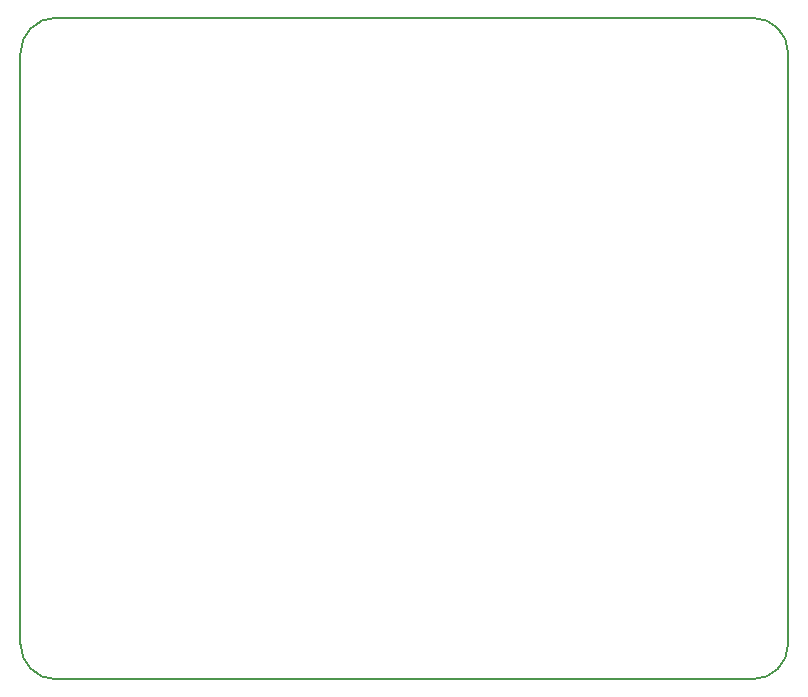
<source format=gko>
G04*
G04 #@! TF.GenerationSoftware,Altium Limited,Altium Designer,18.1.9 (240)*
G04*
G04 Layer_Color=16711935*
%FSAX25Y25*%
%MOIN*%
G70*
G01*
G75*
%ADD14C,0.00787*%
D14*
X0162646Y0264051D02*
G03*
X0150835Y0252240I0000000J-0011811D01*
G01*
X0406740D02*
G03*
X0394929Y0264051I-0011811J0000000D01*
G01*
Y0043579D02*
G03*
X0406740Y0055390I0000000J0011811D01*
G01*
X0150835D02*
G03*
X0162646Y0043579I0011811J0000000D01*
G01*
X0150835Y0055390D02*
Y0252240D01*
X0162646Y0264051D02*
Y0264051D01*
X0394929Y0264051D01*
X0406740Y0055390D02*
X0406740Y0252240D01*
X0406740Y0055390D02*
X0406740D01*
X0162646Y0043579D02*
X0394929D01*
M02*

</source>
